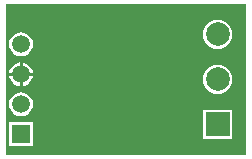
<source format=gbl>
G04 Layer_Physical_Order=2*
G04 Layer_Color=16711680*
%FSLAX24Y24*%
%MOIN*%
G70*
G01*
G75*
%ADD16C,0.0787*%
%ADD17R,0.0787X0.0787*%
%ADD18R,0.0591X0.0591*%
%ADD19C,0.0591*%
G36*
X18100Y10100D02*
X10100D01*
Y15150D01*
X18100D01*
Y10100D01*
D02*
G37*
%LPC*%
G36*
X10600Y12199D02*
X10497Y12185D01*
X10401Y12145D01*
X10318Y12082D01*
X10255Y11999D01*
X10215Y11903D01*
X10201Y11800D01*
X10215Y11697D01*
X10255Y11601D01*
X10318Y11518D01*
X10401Y11455D01*
X10497Y11415D01*
X10600Y11401D01*
X10703Y11415D01*
X10799Y11455D01*
X10882Y11518D01*
X10945Y11601D01*
X10985Y11697D01*
X10999Y11800D01*
X10985Y11903D01*
X10945Y11999D01*
X10882Y12082D01*
X10799Y12145D01*
X10703Y12185D01*
X10600Y12199D01*
D02*
G37*
G36*
X17150Y13122D02*
X17022Y13105D01*
X16901Y13055D01*
X16798Y12976D01*
X16719Y12873D01*
X16669Y12752D01*
X16652Y12624D01*
X16669Y12495D01*
X16719Y12375D01*
X16798Y12272D01*
X16901Y12192D01*
X17022Y12143D01*
X17150Y12126D01*
X17279Y12143D01*
X17399Y12192D01*
X17503Y12272D01*
X17582Y12375D01*
X17631Y12495D01*
X17648Y12624D01*
X17631Y12752D01*
X17582Y12873D01*
X17503Y12976D01*
X17399Y13055D01*
X17279Y13105D01*
X17150Y13122D01*
D02*
G37*
G36*
X10995Y11195D02*
X10205D01*
Y10405D01*
X10995D01*
Y11195D01*
D02*
G37*
G36*
X17644Y11617D02*
X16657D01*
Y10630D01*
X17644D01*
Y11617D01*
D02*
G37*
G36*
X10550Y12750D02*
X10208D01*
X10215Y12697D01*
X10255Y12601D01*
X10318Y12518D01*
X10401Y12455D01*
X10497Y12415D01*
X10550Y12408D01*
Y12750D01*
D02*
G37*
G36*
X10600Y14199D02*
X10497Y14185D01*
X10401Y14145D01*
X10318Y14082D01*
X10255Y13999D01*
X10215Y13903D01*
X10201Y13800D01*
X10215Y13697D01*
X10255Y13601D01*
X10318Y13518D01*
X10401Y13455D01*
X10497Y13415D01*
X10600Y13401D01*
X10703Y13415D01*
X10799Y13455D01*
X10882Y13518D01*
X10945Y13601D01*
X10985Y13697D01*
X10999Y13800D01*
X10985Y13903D01*
X10945Y13999D01*
X10882Y14082D01*
X10799Y14145D01*
X10703Y14185D01*
X10600Y14199D01*
D02*
G37*
G36*
X17150Y14622D02*
X17022Y14605D01*
X16901Y14555D01*
X16798Y14476D01*
X16719Y14373D01*
X16669Y14253D01*
X16652Y14124D01*
X16669Y13995D01*
X16719Y13875D01*
X16798Y13772D01*
X16901Y13692D01*
X17022Y13643D01*
X17150Y13626D01*
X17279Y13643D01*
X17399Y13692D01*
X17503Y13772D01*
X17582Y13875D01*
X17631Y13995D01*
X17648Y14124D01*
X17631Y14253D01*
X17582Y14373D01*
X17503Y14476D01*
X17399Y14555D01*
X17279Y14605D01*
X17150Y14622D01*
D02*
G37*
G36*
X10650Y13192D02*
Y12850D01*
X10992D01*
X10985Y12903D01*
X10945Y12999D01*
X10882Y13082D01*
X10799Y13145D01*
X10703Y13185D01*
X10650Y13192D01*
D02*
G37*
G36*
X10992Y12750D02*
X10650D01*
Y12408D01*
X10703Y12415D01*
X10799Y12455D01*
X10882Y12518D01*
X10945Y12601D01*
X10985Y12697D01*
X10992Y12750D01*
D02*
G37*
G36*
X10550Y13192D02*
X10497Y13185D01*
X10401Y13145D01*
X10318Y13082D01*
X10255Y12999D01*
X10215Y12903D01*
X10208Y12850D01*
X10550D01*
Y13192D01*
D02*
G37*
%LPD*%
D16*
X17150Y12624D02*
D03*
Y14124D02*
D03*
D17*
Y11124D02*
D03*
D18*
X10600Y10800D02*
D03*
D19*
Y11800D02*
D03*
Y12800D02*
D03*
Y13800D02*
D03*
M02*

</source>
